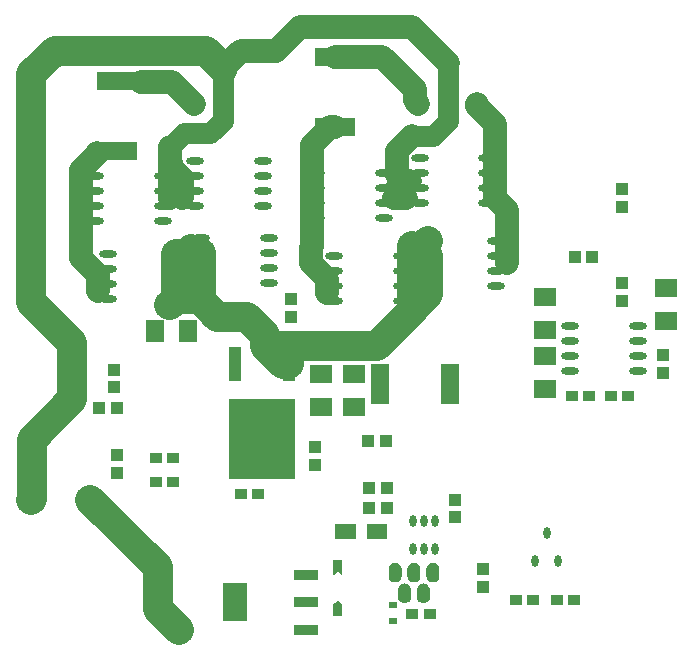
<source format=gbr>
%TF.GenerationSoftware,Altium Limited,Altium Designer,24.7.2 (38)*%
G04 Layer_Color=128*
%FSLAX45Y45*%
%MOMM*%
%TF.SameCoordinates,4E20714E-E0DB-4EF4-9D00-32C5CA98EF25*%
%TF.FilePolarity,Positive*%
%TF.FileFunction,Paste,Bot*%
%TF.Part,Single*%
G01*
G75*
%TA.AperFunction,SMDPad,CuDef*%
%ADD17R,3.35000X1.65000*%
%ADD20R,1.90000X1.50000*%
%ADD21R,1.00000X0.95000*%
%ADD24R,1.00000X1.05000*%
%ADD30R,1.05000X1.00000*%
%ADD63R,2.10000X3.25000*%
%ADD64R,2.10000X0.90000*%
%ADD65R,0.70000X0.60000*%
%ADD67O,0.60000X1.00000*%
%ADD68R,1.65000X3.35000*%
%ADD69O,1.50000X0.60000*%
%ADD70R,5.60000X6.80000*%
%ADD71R,1.00000X3.00000*%
%ADD72R,1.50000X1.90000*%
%TA.AperFunction,Conductor*%
%ADD75C,2.50000*%
%ADD77C,2.00000*%
%ADD79C,1.80000*%
G36*
X5607499Y2965001D02*
X5607502D01*
Y2865000D01*
X5532502D01*
Y2965000D01*
X5532500D01*
X5570000Y2990000D01*
X5607499Y2965001D01*
D02*
G37*
G36*
X5607500Y3210000D02*
X5597500Y3217500D01*
X5570000Y3235000D01*
X5607500D01*
Y3210000D01*
D02*
G37*
G36*
X5540000Y3215000D02*
X5532500Y3210000D01*
Y3235000D01*
X5570000D01*
X5540000Y3215000D01*
D02*
G37*
G36*
X5607502Y3235002D02*
X5532502D01*
Y3335002D01*
X5607502D01*
Y3235002D01*
D02*
G37*
G36*
X5720002Y3519998D02*
X5550002D01*
Y3639998D01*
X5720002D01*
Y3519998D01*
D02*
G37*
G36*
X5990000D02*
X5820800D01*
Y3639998D01*
X5990000D01*
Y3519998D01*
D02*
G37*
G36*
X6374934Y3314999D02*
X6374936D01*
X6380236Y3315122D01*
X6390682Y3313294D01*
X6400570Y3309463D01*
X6409521Y3303777D01*
X6417191Y3296453D01*
X6423284Y3287774D01*
X6427567Y3278073D01*
X6429875Y3267723D01*
X6429997Y3262422D01*
X6429997Y3262423D01*
X6430000Y3204997D01*
Y3199574D01*
X6427884Y3188935D01*
X6423733Y3178914D01*
X6417706Y3169896D01*
X6410037Y3162226D01*
X6401018Y3156200D01*
X6390997Y3152049D01*
X6380358Y3149933D01*
X6369507D01*
X6358858Y3152051D01*
X6348828Y3156206D01*
X6339801Y3162237D01*
X6332124Y3169914D01*
X6326092Y3178941D01*
X6321937Y3188972D01*
X6319819Y3199620D01*
Y3205049D01*
Y3262424D01*
X6319944Y3267727D01*
X6322259Y3278081D01*
X6326549Y3287785D01*
X6332650Y3296465D01*
X6340327Y3303788D01*
X6349285Y3309472D01*
X6359180Y3313300D01*
X6369631Y3315124D01*
X6374934Y3314999D01*
D02*
G37*
G36*
X6214934D02*
X6214936D01*
X6220236Y3315122D01*
X6230682Y3313294D01*
X6240570Y3309463D01*
X6249521Y3303777D01*
X6257191Y3296453D01*
X6263284Y3287774D01*
X6267567Y3278073D01*
X6269875Y3267723D01*
X6269997Y3262422D01*
X6269997Y3262423D01*
X6270000Y3204997D01*
Y3199574D01*
X6267884Y3188935D01*
X6263733Y3178914D01*
X6257707Y3169896D01*
X6250037Y3162226D01*
X6241018Y3156200D01*
X6230997Y3152049D01*
X6220358Y3149933D01*
X6209507D01*
X6198858Y3152051D01*
X6188828Y3156206D01*
X6179801Y3162237D01*
X6172124Y3169914D01*
X6166092Y3178941D01*
X6161937Y3188972D01*
X6159819Y3199620D01*
Y3205049D01*
Y3262424D01*
X6159944Y3267727D01*
X6162259Y3278081D01*
X6166549Y3287785D01*
X6172650Y3296465D01*
X6180327Y3303788D01*
X6189285Y3309472D01*
X6199180Y3313300D01*
X6209631Y3315124D01*
X6214934Y3314999D01*
D02*
G37*
G36*
X6054935D02*
X6054936D01*
X6060237Y3315122D01*
X6070682Y3313294D01*
X6080571Y3309463D01*
X6089521Y3303777D01*
X6097191Y3296453D01*
X6103284Y3287774D01*
X6107567Y3278073D01*
X6109875Y3267723D01*
X6109997Y3262422D01*
X6109997Y3262423D01*
X6110000Y3204997D01*
Y3199574D01*
X6107884Y3188935D01*
X6103733Y3178914D01*
X6097707Y3169896D01*
X6090037Y3162226D01*
X6081018Y3156200D01*
X6070997Y3152049D01*
X6060358Y3149933D01*
X6049507D01*
X6038858Y3152051D01*
X6028828Y3156206D01*
X6019801Y3162237D01*
X6012124Y3169914D01*
X6006092Y3178941D01*
X6001937Y3188972D01*
X5999819Y3199620D01*
Y3205049D01*
Y3262424D01*
X5999944Y3267727D01*
X6002259Y3278081D01*
X6006549Y3287785D01*
X6012650Y3296465D01*
X6020327Y3303788D01*
X6029285Y3309472D01*
X6039180Y3313300D01*
X6049631Y3315124D01*
X6054935Y3314999D01*
D02*
G37*
G36*
X6311142Y3137949D02*
X6321172Y3133794D01*
X6330199Y3127762D01*
X6337876Y3120085D01*
X6343908Y3111058D01*
X6348063Y3101028D01*
X6350181Y3090379D01*
Y3084951D01*
X6350181Y3027576D01*
X6350056Y3022272D01*
X6347741Y3011918D01*
X6343451Y3002215D01*
X6337350Y2993535D01*
X6329673Y2986212D01*
X6320715Y2980527D01*
X6310820Y2976699D01*
X6300369Y2974876D01*
X6295065Y2975001D01*
X6295064D01*
X6289763Y2974878D01*
X6279318Y2976706D01*
X6269429Y2980537D01*
X6260479Y2986223D01*
X6252809Y2993546D01*
X6246716Y3002225D01*
X6242433Y3011926D01*
X6240125Y3022276D01*
X6240003Y3027577D01*
X6240003D01*
X6240000Y3085002D01*
Y3090426D01*
X6242116Y3101064D01*
X6246267Y3111085D01*
X6252293Y3120104D01*
X6259963Y3127774D01*
X6268982Y3133800D01*
X6279003Y3137951D01*
X6289641Y3140067D01*
X6300493D01*
X6311142Y3137949D01*
D02*
G37*
G36*
X6151141D02*
X6161172Y3133794D01*
X6170199Y3127762D01*
X6177876Y3120085D01*
X6183908Y3111058D01*
X6188063Y3101028D01*
X6190181Y3090379D01*
Y3084951D01*
X6190180Y3027576D01*
X6190055Y3022272D01*
X6187741Y3011918D01*
X6183451Y3002215D01*
X6177350Y2993535D01*
X6169673Y2986212D01*
X6160715Y2980527D01*
X6150820Y2976699D01*
X6140368Y2974876D01*
X6135065Y2975001D01*
X6135064D01*
X6129763Y2974878D01*
X6119317Y2976706D01*
X6109429Y2980537D01*
X6100479Y2986223D01*
X6092809Y2993546D01*
X6086716Y3002225D01*
X6082433Y3011926D01*
X6080125Y3022276D01*
X6080003Y3027577D01*
X6080003D01*
X6080000Y3085002D01*
Y3090426D01*
X6082116Y3101064D01*
X6086267Y3111085D01*
X6092293Y3120104D01*
X6099963Y3127774D01*
X6108982Y3133800D01*
X6119003Y3137951D01*
X6129641Y3140067D01*
X6140493D01*
X6151141Y3137949D01*
D02*
G37*
D17*
X3699998Y7397501D02*
D03*
Y6802501D02*
D03*
X5550002Y7597501D02*
D03*
Y7002501D02*
D03*
D20*
X5424998Y4635002D02*
D03*
Y4915002D02*
D03*
X5705003Y4912939D02*
D03*
Y4632940D02*
D03*
X7324999Y4784999D02*
D03*
Y5064999D02*
D03*
X8350001Y5359999D02*
D03*
Y5639999D02*
D03*
X7324999Y5564998D02*
D03*
Y5284998D02*
D03*
D21*
X4747499Y3900002D02*
D03*
X4892502D02*
D03*
X6346916Y2880584D02*
D03*
X6201918D02*
D03*
X7879999Y4724999D02*
D03*
X8024998D02*
D03*
X7555001D02*
D03*
X7700000D02*
D03*
X4172499Y4000002D02*
D03*
X4027500D02*
D03*
X4172499Y4200002D02*
D03*
X4027500D02*
D03*
X7222500Y2999999D02*
D03*
X7077502D02*
D03*
X7427498D02*
D03*
X7572502D02*
D03*
D24*
X6798528Y3110281D02*
D03*
Y3260278D02*
D03*
X5379999Y4294998D02*
D03*
Y4145001D02*
D03*
X6560002Y3699998D02*
D03*
Y3850000D02*
D03*
X3674999Y4949998D02*
D03*
Y4800001D02*
D03*
X8325002Y4924999D02*
D03*
Y5075001D02*
D03*
X7975001Y6480002D02*
D03*
Y6330000D02*
D03*
X3699998Y4074998D02*
D03*
Y4225000D02*
D03*
X7975001Y5530002D02*
D03*
Y5679999D02*
D03*
X5175001Y5399999D02*
D03*
Y5550002D02*
D03*
D30*
X5835000Y3780003D02*
D03*
X5985002D02*
D03*
X7724999Y5905002D02*
D03*
X7575001D02*
D03*
X3550001Y4625000D02*
D03*
X3699998D02*
D03*
X5825002Y4349999D02*
D03*
X5974999D02*
D03*
X5835000Y3950000D02*
D03*
X5985002D02*
D03*
D63*
X4702500Y2979999D02*
D03*
D64*
X5297500Y2750002D02*
D03*
Y2979999D02*
D03*
Y3210001D02*
D03*
D65*
X6039998Y2959999D02*
D03*
Y2819999D02*
D03*
D67*
X6300003Y3430001D02*
D03*
X6205002D02*
D03*
X6394999D02*
D03*
X6300003Y3670000D02*
D03*
X6205002D02*
D03*
X6394999D02*
D03*
X7432502Y3330001D02*
D03*
X7242500D02*
D03*
X7337501Y3570000D02*
D03*
D68*
X5927501Y4824999D02*
D03*
X6522502D02*
D03*
D69*
X8112501Y5315499D02*
D03*
Y5188499D02*
D03*
Y5061499D02*
D03*
Y4934499D02*
D03*
X7537501Y5315499D02*
D03*
Y5188499D02*
D03*
Y5061499D02*
D03*
Y4934499D02*
D03*
X3625002Y5548000D02*
D03*
Y5675000D02*
D03*
Y5802000D02*
D03*
Y5929000D02*
D03*
X4200002Y5548000D02*
D03*
Y5675000D02*
D03*
Y5802000D02*
D03*
Y5929000D02*
D03*
X6262502Y6359500D02*
D03*
Y6486500D02*
D03*
Y6613500D02*
D03*
Y6740500D02*
D03*
X6837502Y6359500D02*
D03*
Y6486500D02*
D03*
Y6613500D02*
D03*
Y6740500D02*
D03*
X4087500Y6590502D02*
D03*
Y6463502D02*
D03*
Y6336502D02*
D03*
Y6209502D02*
D03*
X3512500Y6590502D02*
D03*
Y6463502D02*
D03*
Y6336502D02*
D03*
Y6209502D02*
D03*
X5537500Y5534503D02*
D03*
Y5661503D02*
D03*
Y5788503D02*
D03*
Y5915503D02*
D03*
X6112500Y5534503D02*
D03*
Y5661503D02*
D03*
Y5788503D02*
D03*
Y5915503D02*
D03*
X5962498Y6615501D02*
D03*
Y6488501D02*
D03*
Y6361501D02*
D03*
Y6234501D02*
D03*
X5387497Y6615501D02*
D03*
Y6488501D02*
D03*
Y6361501D02*
D03*
Y6234501D02*
D03*
X4987498Y6065500D02*
D03*
Y5938500D02*
D03*
Y5811500D02*
D03*
Y5684500D02*
D03*
X4412498Y6065500D02*
D03*
Y5938500D02*
D03*
Y5811500D02*
D03*
Y5684500D02*
D03*
X4362501Y6334501D02*
D03*
Y6461501D02*
D03*
Y6588501D02*
D03*
Y6715501D02*
D03*
X4937501Y6334501D02*
D03*
Y6461501D02*
D03*
Y6588501D02*
D03*
Y6715501D02*
D03*
X6912498Y6040501D02*
D03*
Y5913501D02*
D03*
Y5786501D02*
D03*
Y5659501D02*
D03*
X6337498Y6040501D02*
D03*
Y5913501D02*
D03*
Y5786501D02*
D03*
Y5659501D02*
D03*
D70*
X4929002Y4365000D02*
D03*
D71*
X5157998Y5000000D02*
D03*
X4700001D02*
D03*
D72*
X4300002Y5275001D02*
D03*
X4020002D02*
D03*
D75*
X4152001Y5499999D02*
X4200002Y5548000D01*
X4142501Y5499999D02*
X4152001D01*
X3322899Y4700605D02*
Y5175169D01*
X4954001Y5154000D02*
X5175001D01*
X4200002Y5548000D02*
X4402003D01*
X4325000Y5974999D02*
X4412498Y5887502D01*
Y5811500D02*
Y5938500D01*
X5904001Y5154000D02*
X6199998Y5450002D01*
Y5761502D02*
Y5888502D01*
Y5450002D02*
Y5634502D01*
Y5761502D01*
X6337498Y5759501D02*
Y5886501D01*
X6199998Y5888502D02*
Y5999998D01*
X4412498Y5887502D02*
Y5938500D01*
X6337498Y5759501D02*
Y5886501D01*
X6199998Y5761502D02*
Y5888502D01*
Y5634502D02*
Y5761502D01*
Y5888502D02*
Y5999998D01*
Y5450002D02*
Y5634502D01*
X4412498Y5811500D02*
Y5938500D01*
X4325000Y5974999D02*
X4412498Y5887502D01*
X4200002Y5548000D02*
X4402003D01*
X5904001Y5154000D02*
X6199998Y5450002D01*
X4954001Y5154000D02*
X5175001D01*
X6337498Y5659501D02*
Y5759501D01*
X5175001Y5154000D02*
X5904001D01*
X6337498Y5587502D02*
Y5659501D01*
X2975000Y7449998D02*
X3175000Y7650002D01*
X3350001D01*
X2975000Y5523073D02*
Y7449998D01*
Y5523073D02*
X3322899Y5175169D01*
X4954001Y5154000D02*
Y5245999D01*
X4800001Y5399999D02*
X4954001Y5245999D01*
X4708002Y5399999D02*
X4800001D01*
X4449999Y7650002D02*
X4600001Y7500000D01*
X3350001Y7650002D02*
X4449999D01*
X6300003Y5951002D02*
X6337498Y5913501D01*
X6300003Y6003000D02*
X6337498Y6040501D01*
X6300003Y5951002D02*
Y6003000D01*
X2976916Y4354622D02*
X3322899Y4700605D01*
X6199998Y5450002D02*
X6337498Y5587502D01*
X4954001Y5154000D02*
X5108001Y5000000D01*
X4200002Y5548000D02*
Y5675000D01*
X4412498Y5684500D02*
Y5811500D01*
Y5558500D02*
Y5684500D01*
X4402003Y5548000D02*
X4412498Y5558500D01*
X4200002Y5802000D02*
Y5929000D01*
Y5675000D02*
Y5802000D01*
X4402003Y5548000D02*
X4549999Y5399999D01*
X4708002D01*
X5108001Y5000000D02*
X5157998D01*
X2976916Y3851915D02*
Y4354622D01*
X2975000Y3850000D02*
X2976916Y3851915D01*
X4050000Y2924998D02*
Y3275000D01*
Y2924998D02*
X4225000Y2750002D01*
X3474999Y3850000D02*
X4050000Y3275000D01*
D77*
X4149999Y6400002D02*
Y6685001D01*
X6067501Y6417498D02*
Y6488501D01*
Y6600002D02*
X6117499Y6550000D01*
X5350002Y6234501D02*
Y6361501D01*
X5342499Y5853369D02*
X5475000Y5720867D01*
Y5595727D02*
Y5720867D01*
X5350002Y6361501D02*
Y6488501D01*
Y6615501D02*
Y6852498D01*
Y6488501D02*
Y6615501D01*
X3542502Y5618124D02*
Y5754370D01*
X3399998Y5896869D02*
Y6642501D01*
X3532500Y6774998D01*
X7000001Y5850001D02*
Y6299998D01*
X6900001Y6400002D02*
Y7033763D01*
Y6400002D02*
Y7033763D01*
X7000001Y5850001D02*
Y6299998D01*
X3399998Y6642501D02*
X3532500Y6774998D01*
X3399998Y5896869D02*
Y6642501D01*
X3542502Y5618124D02*
Y5754370D01*
X5350002Y6615501D02*
Y6852498D01*
Y6488501D02*
Y6615501D01*
X5475000Y5595727D02*
Y5720867D01*
X5342499Y5853369D02*
X5475000Y5720867D01*
X5350002Y6361501D02*
Y6488501D01*
Y6234501D02*
Y6361501D01*
X6067501Y6600002D02*
Y6802633D01*
X6117499Y6550000D02*
X6179998D01*
X4249999Y6400002D02*
Y6570868D01*
X6050498Y6400500D02*
X6067501Y6417498D01*
X3532500Y6774998D02*
Y6780662D01*
X4749998Y7650002D02*
X5049998D01*
X4600001Y7500000D02*
X4749998Y7650002D01*
X5049998D02*
X5250002Y7850002D01*
X4162699Y7387300D02*
X4349999Y7200001D01*
X3900002Y7387300D02*
X4162699D01*
X5342499Y5977631D02*
X5350002Y5985134D01*
Y6197001D01*
X5342499Y5853369D02*
Y5977631D01*
X5499999Y7002501D02*
X5550002D01*
X5350002Y6852498D02*
X5499999Y7002501D01*
X6900001Y6400002D02*
X7000001Y6299998D01*
X6749999Y7183765D02*
Y7200001D01*
Y7183765D02*
X6900001Y7033763D01*
X6050001Y6400002D02*
X6150000D01*
X6067501Y6802633D02*
X6195370Y6930502D01*
X6199998Y7850002D02*
X6500002Y7549998D01*
X5250002Y7850002D02*
X6199998D01*
X5947501Y7597501D02*
X6220003Y7324999D01*
Y7229998D02*
X6250000Y7200001D01*
X5550002Y7597501D02*
X5947501D01*
X6220003Y7229998D02*
Y7324999D01*
X3399998Y5896869D02*
X3542502Y5754370D01*
X4149999Y6700002D02*
Y6832844D01*
Y6700002D02*
X4167500Y6682501D01*
Y6653367D02*
Y6682501D01*
Y6653367D02*
X4249999Y6570868D01*
D79*
X4491629Y6949999D02*
X4600001Y7058370D01*
Y7500000D01*
X4267159Y6949999D02*
X4491629D01*
X6372128Y6930502D02*
X6500002Y7058370D01*
X6195370Y6930502D02*
X6372128D01*
X6500002Y7058370D02*
Y7549998D01*
X4149999Y6832844D02*
X4267159Y6949999D01*
%TF.MD5,9f3f1af069f0f3deeb4a35a5352a79c8*%
M02*

</source>
